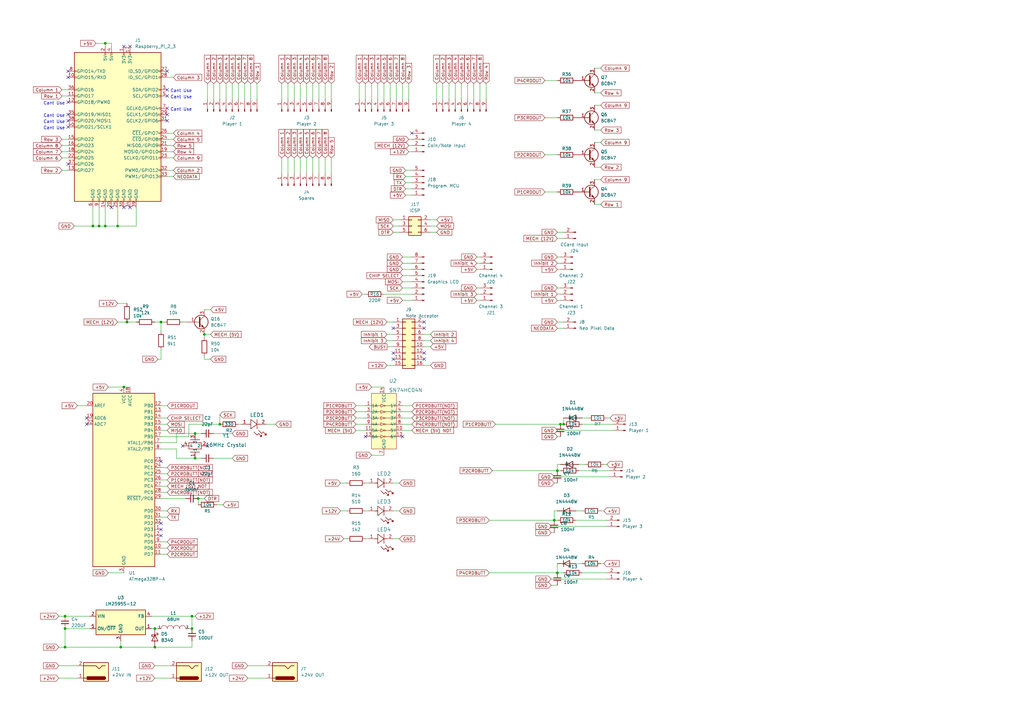
<source format=kicad_sch>
(kicad_sch (version 20230121) (generator eeschema)
  (paper "A3")
  (junction (at 63.5 257.81))
  (junction (at 83.82 137.16))
  (junction (at 40.64 92.71))
  (junction (at 63.5 265.43))
  (junction (at 80.01 177.8))
  (junction (at 78.74 257.81))
  (junction (at 49.53 265.43))
  (junction (at 231.14 173.99))
  (junction (at 26.67 252.73))
  (junction (at 81.28 204.47))
  (junction (at 227.33 213.36))
  (junction (at 52.07 132.08))
  (junction (at 228.6 234.95))
  (junction (at 26.67 257.81))
  (junction (at 229.87 173.99))
  (junction (at 50.8 158.75))
  (junction (at 48.26 92.71))
  (junction (at 66.04 132.08))
  (junction (at 80.01 187.96))
  (junction (at 43.18 17.78))
  (junction (at 78.74 252.73))
  (junction (at 38.1 92.71))
  (junction (at 26.67 265.43))
  (junction (at 90.17 173.99))
  (junction (at 43.18 92.71))
  (junction (at 228.6 193.04))
  (no_connect (at 27.94 67.31))
  (no_connect (at 161.29 144.78))
  (no_connect (at 27.94 29.21))
  (no_connect (at 27.94 31.75))
  (no_connect (at 161.29 147.32))
  (no_connect (at 149.86 179.07))
  (no_connect (at 74.93 182.88))
  (no_connect (at 68.58 49.53))
  (no_connect (at 68.58 46.99))
  (no_connect (at 68.58 29.21))
  (no_connect (at 66.04 214.63))
  (no_connect (at 66.04 217.17))
  (no_connect (at 66.04 219.71))
  (no_connect (at 66.04 189.23))
  (no_connect (at 27.94 49.53))
  (no_connect (at 27.94 52.07))
  (no_connect (at 27.94 46.99))
  (no_connect (at 27.94 41.91))
  (no_connect (at 68.58 44.45))
  (no_connect (at 68.58 39.37))
  (no_connect (at 53.34 19.05))
  (no_connect (at 50.8 19.05))
  (no_connect (at 68.58 36.83))
  (no_connect (at 173.99 147.32))
  (no_connect (at 35.56 173.99))
  (no_connect (at 53.34 85.09))
  (no_connect (at 50.8 85.09))
  (no_connect (at 35.56 171.45))
  (no_connect (at 45.72 85.09))
  (no_connect (at 161.29 134.62))
  (no_connect (at 173.99 132.08))
  (no_connect (at 85.09 182.88))
  (no_connect (at 168.91 54.61))
  (no_connect (at 173.99 134.62))
  (no_connect (at 173.99 144.78))
  (no_connect (at 165.1 179.07))
  (wire (pts (xy 102.87 34.29) (xy 102.87 40.64)))
  (wire (pts (xy 139.7 209.55) (xy 142.24 209.55)))
  (wire (pts (xy 68.58 31.75) (xy 71.12 31.75)))
  (wire (pts (xy 196.85 110.49) (xy 195.58 110.49)))
  (wire (pts (xy 149.86 220.98) (xy 151.13 220.98)))
  (wire (pts (xy 161.29 220.98) (xy 163.83 220.98)))
  (wire (pts (xy 229.87 110.49) (xy 228.6 110.49)))
  (wire (pts (xy 38.1 92.71) (xy 40.64 92.71)))
  (wire (pts (xy 200.66 234.95) (xy 228.6 234.95)))
  (wire (pts (xy 148.59 120.65) (xy 149.86 120.65)))
  (wire (pts (xy 66.04 199.39) (xy 68.58 199.39)))
  (wire (pts (xy 62.23 257.81) (xy 63.5 257.81)))
  (wire (pts (xy 165.1 166.37) (xy 168.91 166.37)))
  (wire (pts (xy 68.58 62.23) (xy 71.12 62.23)))
  (wire (pts (xy 68.58 54.61) (xy 71.12 54.61)))
  (wire (pts (xy 63.5 265.43) (xy 49.53 265.43)))
  (wire (pts (xy 228.6 231.14) (xy 228.6 234.95)))
  (wire (pts (xy 52.07 132.08) (xy 55.88 132.08)))
  (wire (pts (xy 243.84 73.66) (xy 246.38 73.66)))
  (wire (pts (xy 161.29 139.7) (xy 158.75 139.7)))
  (wire (pts (xy 237.49 193.04) (xy 250.19 193.04)))
  (wire (pts (xy 39.37 17.78) (xy 43.18 17.78)))
  (wire (pts (xy 229.87 173.99) (xy 231.14 173.99)))
  (wire (pts (xy 179.07 34.29) (xy 179.07 40.64)))
  (wire (pts (xy 161.29 142.24) (xy 158.75 142.24)))
  (wire (pts (xy 66.04 212.09) (xy 68.58 212.09)))
  (wire (pts (xy 154.94 34.29) (xy 154.94 40.64)))
  (wire (pts (xy 97.79 173.99) (xy 99.06 173.99)))
  (wire (pts (xy 44.45 234.95) (xy 50.8 234.95)))
  (wire (pts (xy 72.39 181.61) (xy 66.04 181.61)))
  (wire (pts (xy 86.36 147.32) (xy 83.82 147.32)))
  (wire (pts (xy 247.65 209.55) (xy 246.38 209.55)))
  (wire (pts (xy 25.4 57.15) (xy 27.94 57.15)))
  (wire (pts (xy 166.37 72.39) (xy 168.91 72.39)))
  (wire (pts (xy 149.86 198.12) (xy 151.13 198.12)))
  (wire (pts (xy 223.52 33.02) (xy 228.6 33.02)))
  (wire (pts (xy 66.04 132.08) (xy 66.04 135.89)))
  (wire (pts (xy 80.01 187.96) (xy 82.55 187.96)))
  (wire (pts (xy 227.33 198.12) (xy 228.6 198.12)))
  (wire (pts (xy 24.13 265.43) (xy 26.67 265.43)))
  (wire (pts (xy 152.4 186.69) (xy 157.48 186.69)))
  (wire (pts (xy 87.63 34.29) (xy 87.63 40.64)))
  (wire (pts (xy 167.64 34.29) (xy 167.64 40.64)))
  (wire (pts (xy 184.15 34.29) (xy 184.15 40.64)))
  (wire (pts (xy 161.29 198.12) (xy 163.83 198.12)))
  (wire (pts (xy 176.53 149.86) (xy 173.99 149.86)))
  (wire (pts (xy 229.87 105.41) (xy 228.6 105.41)))
  (wire (pts (xy 238.76 231.14) (xy 236.22 231.14)))
  (wire (pts (xy 68.58 59.69) (xy 71.12 59.69)))
  (wire (pts (xy 160.02 34.29) (xy 160.02 40.64)))
  (wire (pts (xy 24.13 252.73) (xy 26.67 252.73)))
  (wire (pts (xy 228.6 190.5) (xy 228.6 193.04)))
  (wire (pts (xy 120.65 64.77) (xy 120.65 71.12)))
  (wire (pts (xy 199.39 34.29) (xy 199.39 40.64)))
  (wire (pts (xy 30.48 92.71) (xy 38.1 92.71)))
  (wire (pts (xy 63.5 278.13) (xy 69.85 278.13)))
  (wire (pts (xy 66.04 196.85) (xy 68.58 196.85)))
  (wire (pts (xy 63.5 273.05) (xy 69.85 273.05)))
  (wire (pts (xy 176.53 90.17) (xy 179.07 90.17)))
  (wire (pts (xy 25.4 36.83) (xy 27.94 36.83)))
  (wire (pts (xy 196.85 105.41) (xy 195.58 105.41)))
  (wire (pts (xy 66.04 132.08) (xy 67.31 132.08)))
  (wire (pts (xy 128.27 64.77) (xy 128.27 71.12)))
  (wire (pts (xy 40.64 92.71) (xy 43.18 92.71)))
  (wire (pts (xy 196.85 118.11) (xy 195.58 118.11)))
  (wire (pts (xy 201.93 193.04) (xy 228.6 193.04)))
  (wire (pts (xy 123.19 64.77) (xy 123.19 71.12)))
  (wire (pts (xy 236.22 213.36) (xy 248.92 213.36)))
  (wire (pts (xy 157.48 34.29) (xy 157.48 40.64)))
  (wire (pts (xy 161.29 132.08) (xy 158.75 132.08)))
  (wire (pts (xy 176.53 92.71) (xy 179.07 92.71)))
  (wire (pts (xy 115.57 64.77) (xy 115.57 71.12)))
  (wire (pts (xy 66.04 224.79) (xy 68.58 224.79)))
  (wire (pts (xy 118.11 34.29) (xy 118.11 40.64)))
  (wire (pts (xy 80.01 177.8) (xy 72.39 177.8)))
  (wire (pts (xy 226.06 218.44) (xy 227.33 218.44)))
  (wire (pts (xy 66.04 147.32) (xy 64.77 147.32)))
  (wire (pts (xy 196.85 107.95) (xy 195.58 107.95)))
  (wire (pts (xy 166.37 77.47) (xy 168.91 77.47)))
  (wire (pts (xy 165.1 110.49) (xy 168.91 110.49)))
  (wire (pts (xy 176.53 142.24) (xy 173.99 142.24)))
  (wire (pts (xy 231.14 97.79) (xy 228.6 97.79)))
  (wire (pts (xy 72.39 184.15) (xy 72.39 187.96)))
  (wire (pts (xy 161.29 92.71) (xy 163.83 92.71)))
  (wire (pts (xy 139.7 198.12) (xy 142.24 198.12)))
  (wire (pts (xy 78.74 252.73) (xy 80.01 252.73)))
  (wire (pts (xy 243.84 53.34) (xy 246.38 53.34)))
  (wire (pts (xy 243.84 27.94) (xy 246.38 27.94)))
  (wire (pts (xy 78.74 257.81) (xy 78.74 252.73)))
  (wire (pts (xy 78.74 265.43) (xy 63.5 265.43)))
  (wire (pts (xy 238.76 234.95) (xy 248.92 234.95)))
  (wire (pts (xy 146.05 176.53) (xy 149.86 176.53)))
  (wire (pts (xy 25.4 39.37) (xy 27.94 39.37)))
  (wire (pts (xy 248.92 190.5) (xy 247.65 190.5)))
  (wire (pts (xy 166.37 69.85) (xy 168.91 69.85)))
  (wire (pts (xy 66.04 171.45) (xy 68.58 171.45)))
  (wire (pts (xy 236.22 209.55) (xy 238.76 209.55)))
  (wire (pts (xy 48.26 132.08) (xy 52.07 132.08)))
  (wire (pts (xy 45.72 17.78) (xy 45.72 19.05)))
  (wire (pts (xy 165.1 123.19) (xy 168.91 123.19)))
  (wire (pts (xy 196.85 34.29) (xy 196.85 40.64)))
  (wire (pts (xy 176.53 139.7) (xy 173.99 139.7)))
  (wire (pts (xy 88.9 207.01) (xy 91.44 207.01)))
  (wire (pts (xy 68.58 72.39) (xy 71.12 72.39)))
  (wire (pts (xy 243.84 68.58) (xy 246.38 68.58)))
  (wire (pts (xy 147.32 34.29) (xy 147.32 40.64)))
  (wire (pts (xy 146.05 173.99) (xy 149.86 173.99)))
  (wire (pts (xy 66.04 176.53) (xy 68.58 176.53)))
  (wire (pts (xy 161.29 209.55) (xy 163.83 209.55)))
  (wire (pts (xy 49.53 262.89) (xy 49.53 265.43)))
  (wire (pts (xy 135.89 64.77) (xy 135.89 71.12)))
  (wire (pts (xy 26.67 252.73) (xy 36.83 252.73)))
  (wire (pts (xy 243.84 43.18) (xy 246.38 43.18)))
  (wire (pts (xy 228.6 234.95) (xy 231.14 234.95)))
  (wire (pts (xy 135.89 34.29) (xy 135.89 40.64)))
  (wire (pts (xy 165.1 34.29) (xy 165.1 40.64)))
  (wire (pts (xy 167.64 59.69) (xy 168.91 59.69)))
  (wire (pts (xy 226.06 237.49) (xy 248.92 237.49)))
  (wire (pts (xy 66.04 143.51) (xy 66.04 147.32)))
  (wire (pts (xy 48.26 124.46) (xy 52.07 124.46)))
  (wire (pts (xy 229.87 123.19) (xy 228.6 123.19)))
  (wire (pts (xy 66.04 191.77) (xy 68.58 191.77)))
  (wire (pts (xy 152.4 34.29) (xy 152.4 40.64)))
  (wire (pts (xy 31.75 166.37) (xy 35.56 166.37)))
  (wire (pts (xy 167.64 62.23) (xy 168.91 62.23)))
  (wire (pts (xy 191.77 34.29) (xy 191.77 40.64)))
  (wire (pts (xy 118.11 64.77) (xy 118.11 71.12)))
  (wire (pts (xy 227.33 195.58) (xy 250.19 195.58)))
  (wire (pts (xy 120.65 34.29) (xy 120.65 40.64)))
  (wire (pts (xy 25.4 59.69) (xy 27.94 59.69)))
  (wire (pts (xy 165.1 118.11) (xy 168.91 118.11)))
  (wire (pts (xy 226.06 240.03) (xy 228.6 240.03)))
  (wire (pts (xy 66.04 194.31) (xy 68.58 194.31)))
  (wire (pts (xy 68.58 69.85) (xy 71.12 69.85)))
  (wire (pts (xy 83.82 127) (xy 86.36 127)))
  (wire (pts (xy 83.82 147.32) (xy 83.82 146.05)))
  (wire (pts (xy 238.76 171.45) (xy 241.3 171.45)))
  (wire (pts (xy 87.63 187.96) (xy 95.25 187.96)))
  (wire (pts (xy 243.84 38.1) (xy 246.38 38.1)))
  (wire (pts (xy 40.64 85.09) (xy 40.64 92.71)))
  (wire (pts (xy 68.58 57.15) (xy 71.12 57.15)))
  (wire (pts (xy 66.04 204.47) (xy 76.2 204.47)))
  (wire (pts (xy 66.04 179.07) (xy 77.47 179.07)))
  (wire (pts (xy 228.6 213.36) (xy 227.33 213.36)))
  (wire (pts (xy 25.4 69.85) (xy 27.94 69.85)))
  (wire (pts (xy 105.41 34.29) (xy 105.41 40.64)))
  (wire (pts (xy 243.84 83.82) (xy 246.38 83.82)))
  (wire (pts (xy 133.35 34.29) (xy 133.35 40.64)))
  (wire (pts (xy 227.33 209.55) (xy 227.33 213.36)))
  (wire (pts (xy 125.73 64.77) (xy 125.73 71.12)))
  (wire (pts (xy 128.27 34.29) (xy 128.27 40.64)))
  (wire (pts (xy 97.79 34.29) (xy 97.79 40.64)))
  (wire (pts (xy 92.71 34.29) (xy 92.71 40.64)))
  (wire (pts (xy 237.49 190.5) (xy 240.03 190.5)))
  (wire (pts (xy 165.1 173.99) (xy 168.91 173.99)))
  (wire (pts (xy 228.6 179.07) (xy 229.87 179.07)))
  (wire (pts (xy 55.88 85.09) (xy 55.88 92.71)))
  (wire (pts (xy 43.18 85.09) (xy 43.18 92.71)))
  (wire (pts (xy 66.04 201.93) (xy 68.58 201.93)))
  (wire (pts (xy 157.48 120.65) (xy 168.91 120.65)))
  (wire (pts (xy 25.4 64.77) (xy 27.94 64.77)))
  (wire (pts (xy 231.14 171.45) (xy 231.14 173.99)))
  (wire (pts (xy 149.86 34.29) (xy 149.86 40.64)))
  (wire (pts (xy 165.1 115.57) (xy 168.91 115.57)))
  (wire (pts (xy 231.14 95.25) (xy 228.6 95.25)))
  (wire (pts (xy 162.56 34.29) (xy 162.56 40.64)))
  (wire (pts (xy 231.14 132.08) (xy 228.6 132.08)))
  (wire (pts (xy 25.4 62.23) (xy 27.94 62.23)))
  (wire (pts (xy 229.87 118.11) (xy 228.6 118.11)))
  (wire (pts (xy 123.19 34.29) (xy 123.19 40.64)))
  (wire (pts (xy 95.25 34.29) (xy 95.25 40.64)))
  (wire (pts (xy 26.67 257.81) (xy 36.83 257.81)))
  (wire (pts (xy 66.04 173.99) (xy 68.58 173.99)))
  (wire (pts (xy 165.1 168.91) (xy 168.91 168.91)))
  (wire (pts (xy 229.87 120.65) (xy 228.6 120.65)))
  (wire (pts (xy 165.1 105.41) (xy 168.91 105.41)))
  (wire (pts (xy 186.69 34.29) (xy 186.69 40.64)))
  (wire (pts (xy 130.81 64.77) (xy 130.81 71.12)))
  (wire (pts (xy 83.82 137.16) (xy 83.82 138.43)))
  (wire (pts (xy 66.04 184.15) (xy 72.39 184.15)))
  (wire (pts (xy 229.87 107.95) (xy 228.6 107.95)))
  (wire (pts (xy 81.28 204.47) (xy 81.28 207.01)))
  (wire (pts (xy 165.1 171.45) (xy 168.91 171.45)))
  (wire (pts (xy 196.85 120.65) (xy 195.58 120.65)))
  (wire (pts (xy 66.04 222.25) (xy 68.58 222.25)))
  (wire (pts (xy 161.29 149.86) (xy 158.75 149.86)))
  (wire (pts (xy 161.29 95.25) (xy 163.83 95.25)))
  (wire (pts (xy 115.57 34.29) (xy 115.57 40.64)))
  (wire (pts (xy 146.05 166.37) (xy 149.86 166.37)))
  (wire (pts (xy 90.17 34.29) (xy 90.17 40.64)))
  (wire (pts (xy 72.39 177.8) (xy 72.39 181.61)))
  (wire (pts (xy 243.84 58.42) (xy 246.38 58.42)))
  (wire (pts (xy 66.04 166.37) (xy 68.58 166.37)))
  (wire (pts (xy 166.37 80.01) (xy 168.91 80.01)))
  (wire (pts (xy 228.6 193.04) (xy 229.87 193.04)))
  (wire (pts (xy 223.52 63.5) (xy 228.6 63.5)))
  (wire (pts (xy 250.19 171.45) (xy 248.92 171.45)))
  (wire (pts (xy 226.06 215.9) (xy 248.92 215.9)))
  (wire (pts (xy 229.87 190.5) (xy 228.6 190.5)))
  (wire (pts (xy 49.53 265.43) (xy 26.67 265.43)))
  (wire (pts (xy 85.09 34.29) (xy 85.09 40.64)))
  (wire (pts (xy 74.93 132.08) (xy 76.2 132.08)))
  (wire (pts (xy 81.28 204.47) (xy 83.82 204.47)))
  (wire (pts (xy 146.05 171.45) (xy 149.86 171.45)))
  (wire (pts (xy 203.2 173.99) (xy 229.87 173.99)))
  (wire (pts (xy 77.47 179.07) (xy 77.47 173.99)))
  (wire (pts (xy 140.97 220.98) (xy 142.24 220.98)))
  (wire (pts (xy 72.39 187.96) (xy 80.01 187.96)))
  (wire (pts (xy 231.14 134.62) (xy 228.6 134.62)))
  (wire (pts (xy 66.04 209.55) (xy 68.58 209.55)))
  (wire (pts (xy 26.67 265.43) (xy 26.67 257.81)))
  (wire (pts (xy 101.6 273.05) (xy 109.22 273.05)))
  (wire (pts (xy 189.23 34.29) (xy 189.23 40.64)))
  (wire (pts (xy 228.6 176.53) (xy 251.46 176.53)))
  (wire (pts (xy 165.1 176.53) (xy 168.91 176.53)))
  (wire (pts (xy 80.01 177.8) (xy 82.55 177.8)))
  (wire (pts (xy 90.17 170.18) (xy 90.17 173.99)))
  (wire (pts (xy 149.86 209.55) (xy 151.13 209.55)))
  (wire (pts (xy 146.05 168.91) (xy 149.86 168.91)))
  (wire (pts (xy 152.4 158.75) (xy 157.48 158.75)))
  (wire (pts (xy 166.37 74.93) (xy 168.91 74.93)))
  (wire (pts (xy 87.63 177.8) (xy 95.25 177.8)))
  (wire (pts (xy 101.6 278.13) (xy 109.22 278.13)))
  (wire (pts (xy 100.33 34.29) (xy 100.33 40.64)))
  (wire (pts (xy 78.74 252.73) (xy 62.23 252.73)))
  (wire (pts (xy 63.5 257.81) (xy 64.77 257.81)))
  (wire (pts (xy 68.58 64.77) (xy 71.12 64.77)))
  (wire (pts (xy 165.1 113.03) (xy 168.91 113.03)))
  (wire (pts (xy 247.65 231.14) (xy 246.38 231.14)))
  (wire (pts (xy 24.13 278.13) (xy 31.75 278.13)))
  (wire (pts (xy 200.66 213.36) (xy 227.33 213.36)))
  (wire (pts (xy 50.8 158.75) (xy 53.34 158.75)))
  (wire (pts (xy 44.45 158.75) (xy 50.8 158.75)))
  (wire (pts (xy 133.35 64.77) (xy 133.35 71.12)))
  (wire (pts (xy 165.1 107.95) (xy 168.91 107.95)))
  (wire (pts (xy 223.52 78.74) (xy 228.6 78.74)))
  (wire (pts (xy 113.03 173.99) (xy 109.22 173.99)))
  (wire (pts (xy 181.61 34.29) (xy 181.61 40.64)))
  (wire (pts (xy 167.64 57.15) (xy 168.91 57.15)))
  (wire (pts (xy 238.76 173.99) (xy 251.46 173.99)))
  (wire (pts (xy 78.74 262.89) (xy 78.74 265.43)))
  (wire (pts (xy 161.29 137.16) (xy 158.75 137.16)))
  (wire (pts (xy 194.31 34.29) (xy 194.31 40.64)))
  (wire (pts (xy 125.73 34.29) (xy 125.73 40.64)))
  (wire (pts (xy 43.18 92.71) (xy 48.26 92.71)))
  (wire (pts (xy 66.04 227.33) (xy 68.58 227.33)))
  (wire (pts (xy 38.1 85.09) (xy 38.1 92.71)))
  (wire (pts (xy 63.5 132.08) (xy 66.04 132.08)))
  (wire (pts (xy 43.18 17.78) (xy 43.18 19.05)))
  (wire (pts (xy 48.26 92.71) (xy 55.88 92.71)))
  (wire (pts (xy 43.18 17.78) (xy 45.72 17.78)))
  (wire (pts (xy 196.85 123.19) (xy 195.58 123.19)))
  (wire (pts (xy 86.36 137.16) (xy 83.82 137.16)))
  (wire (pts (xy 77.47 173.99) (xy 90.17 173.99)))
  (wire (pts (xy 24.13 273.05) (xy 31.75 273.05)))
  (wire (pts (xy 176.53 137.16) (xy 173.99 137.16)))
  (wire (pts (xy 130.81 34.29) (xy 130.81 40.64)))
  (wire (pts (xy 176.53 95.25) (xy 179.07 95.25)))
  (wire (pts (xy 77.47 257.81) (xy 78.74 257.81)))
  (wire (pts (xy 48.26 85.09) (xy 48.26 92.71)))
  (wire (pts (xy 161.29 90.17) (xy 163.83 90.17)))
  (wire (pts (xy 223.52 48.26) (xy 228.6 48.26)))
  (wire (pts (xy 228.6 209.55) (xy 227.33 209.55)))
  (text "Cant Use" (at 69.85 38.1 0) (effects (font (size 1.27 1.27)) (justify left bottom)))
  (text "Cant Use" (at 69.85 45.72 0) (effects (font (size 1.27 1.27)) (justify left bottom)))
  (text "Cant Use" (at 17.78 50.8 0) (effects (font (size 1.27 1.27)) (justify left bottom)))
  (text "Cant Use" (at 17.78 48.26 0) (effects (font (size 1.27 1.27)) (justify left bottom)))
  (text "Cant Use" (at 17.78 53.34 0) (effects (font (size 1.27 1.27)) (justify left bottom)))
  (text "Cant Use" (at 17.78 43.18 0) (effects (font (size 1.27 1.27)) (justify left bottom)))
  (text "Cant Use" (at 69.85 40.64 0) (effects (font (size 1.27 1.27)) (justify left bottom)))
  (global_label "Column 8" (shape input) (at 133.35 64.77 90) (property "Intersheetrefs" "${INTERSHEET_REFS}" (effects hide)))
  (global_label "Inhibit 1" (shape input) (at 158.75 137.16 180) (property "Intersheetrefs" "${INTERSHEET_REFS}" (effects hide)))
  (global_label "SCK" (shape input) (at 161.29 92.71 180) (property "Intersheetrefs" "${INTERSHEET_REFS}" (effects hide)))
  (global_label "Row 1" (shape input) (at 25.4 39.37 180) (property "Intersheetrefs" "${INTERSHEET_REFS}" (effects hide)))
  (global_label "+5V" (shape input) (at 31.75 166.37 180) (property "Intersheetrefs" "${INTERSHEET_REFS}" (effects hide)))
  (global_label "GND" (shape input) (at 227.33 195.58 180) (property "Intersheetrefs" "${INTERSHEET_REFS}" (effects hide)))
  (global_label "Column 8" (shape input) (at 102.87 34.29 90) (property "Intersheetrefs" "${INTERSHEET_REFS}" (effects hide)))
  (global_label "MECH (12V)" (shape input) (at 228.6 97.79 180) (property "Intersheetrefs" "${INTERSHEET_REFS}" (effects hide)))
  (global_label "Row 2" (shape input) (at 246.38 68.58 0) (property "Intersheetrefs" "${INTERSHEET_REFS}" (effects hide)))
  (global_label "MECH (12V)" (shape input) (at 158.75 132.08 180) (property "Intersheetrefs" "${INTERSHEET_REFS}" (effects hide)))
  (global_label "GND" (shape input) (at 165.1 105.41 180) (property "Intersheetrefs" "${INTERSHEET_REFS}" (effects hide)))
  (global_label "+5V" (shape input) (at 148.59 120.65 180) (property "Intersheetrefs" "${INTERSHEET_REFS}" (effects hide)))
  (global_label "Row 3" (shape input) (at 167.64 34.29 90) (property "Intersheetrefs" "${INTERSHEET_REFS}" (effects hide)))
  (global_label "Row 5" (shape input) (at 71.12 59.69 0) (property "Intersheetrefs" "${INTERSHEET_REFS}" (effects hide)))
  (global_label "Column 6" (shape input) (at 97.79 34.29 90) (property "Intersheetrefs" "${INTERSHEET_REFS}" (effects hide)))
  (global_label "P2CRDOUT" (shape input) (at 68.58 227.33 0) (property "Intersheetrefs" "${INTERSHEET_REFS}" (effects hide)))
  (global_label "Column 3" (shape input) (at 152.4 34.29 90) (property "Intersheetrefs" "${INTERSHEET_REFS}" (effects hide)))
  (global_label "P3CRDBUTT" (shape input) (at 200.66 213.36 180) (property "Intersheetrefs" "${INTERSHEET_REFS}" (effects hide)))
  (global_label "+24V" (shape input) (at 24.13 278.13 180) (property "Intersheetrefs" "${INTERSHEET_REFS}" (effects hide)))
  (global_label "Inhibit 3" (shape input) (at 195.58 120.65 180) (property "Intersheetrefs" "${INTERSHEET_REFS}" (effects hide)))
  (global_label "GND" (shape input) (at 195.58 105.41 180) (property "Intersheetrefs" "${INTERSHEET_REFS}" (effects hide)))
  (global_label "Column 4" (shape input) (at 154.94 34.29 90) (property "Intersheetrefs" "${INTERSHEET_REFS}" (effects hide)))
  (global_label "Column 9" (shape input) (at 71.12 64.77 0) (property "Intersheetrefs" "${INTERSHEET_REFS}" (effects hide)))
  (global_label "P2CRDBUTT(NOT)" (shape input) (at 68.58 194.31 0) (property "Intersheetrefs" "${INTERSHEET_REFS}" (effects hide)))
  (global_label "+5V" (shape input) (at 139.7 198.12 180) (property "Intersheetrefs" "${INTERSHEET_REFS}" (effects hide)))
  (global_label "Row 2" (shape input) (at 25.4 69.85 180) (property "Intersheetrefs" "${INTERSHEET_REFS}" (effects hide)))
  (global_label "+5V" (shape input) (at 248.92 190.5 0) (property "Intersheetrefs" "${INTERSHEET_REFS}" (effects hide)))
  (global_label "+5V" (shape input) (at 228.6 123.19 180) (property "Intersheetrefs" "${INTERSHEET_REFS}" (effects hide)))
  (global_label "Column 4" (shape input) (at 186.69 34.29 90) (property "Intersheetrefs" "${INTERSHEET_REFS}" (effects hide)))
  (global_label "GND" (shape input) (at 179.07 95.25 0) (property "Intersheetrefs" "${INTERSHEET_REFS}" (effects hide)))
  (global_label "Column 8" (shape input) (at 165.1 34.29 90) (property "Intersheetrefs" "${INTERSHEET_REFS}" (effects hide)))
  (global_label "Column 1" (shape input) (at 115.57 64.77 90) (property "Intersheetrefs" "${INTERSHEET_REFS}" (effects hide)))
  (global_label "RX" (shape input) (at 68.58 209.55 0) (property "Intersheetrefs" "${INTERSHEET_REFS}" (effects hide)))
  (global_label "Column 9" (shape input) (at 246.38 73.66 0) (property "Intersheetrefs" "${INTERSHEET_REFS}" (effects hide)))
  (global_label "Column 1" (shape input) (at 85.09 34.29 90) (property "Intersheetrefs" "${INTERSHEET_REFS}" (effects hide)))
  (global_label "Column 3" (shape input) (at 184.15 34.29 90) (property "Intersheetrefs" "${INTERSHEET_REFS}" (effects hide)))
  (global_label "+5V" (shape input) (at 228.6 110.49 180) (property "Intersheetrefs" "${INTERSHEET_REFS}" (effects hide)))
  (global_label "MECH (12V)" (shape input) (at 48.26 132.08 180) (property "Intersheetrefs" "${INTERSHEET_REFS}" (effects hide)))
  (global_label "P1CRDOUT" (shape input) (at 223.52 78.74 180) (property "Intersheetrefs" "${INTERSHEET_REFS}" (effects hide)))
  (global_label "+24V" (shape input) (at 101.6 278.13 180) (property "Intersheetrefs" "${INTERSHEET_REFS}" (effects hide)))
  (global_label "Column 7" (shape input) (at 130.81 64.77 90) (property "Intersheetrefs" "${INTERSHEET_REFS}" (effects hide)))
  (global_label "+5V" (shape input) (at 165.1 123.19 180) (property "Intersheetrefs" "${INTERSHEET_REFS}" (effects hide)))
  (global_label "DTR" (shape input) (at 161.29 95.25 180) (property "Intersheetrefs" "${INTERSHEET_REFS}" (effects hide)))
  (global_label "GND" (shape input) (at 228.6 105.41 180) (property "Intersheetrefs" "${INTERSHEET_REFS}" (effects hide)))
  (global_label "NEODATA" (shape input) (at 228.6 134.62 180) (property "Intersheetrefs" "${INTERSHEET_REFS}" (effects hide)))
  (global_label "P4CRDBUTT(NOT)" (shape input) (at 168.91 173.99 0) (property "Intersheetrefs" "${INTERSHEET_REFS}" (effects hide)))
  (global_label "Row 2" (shape input) (at 135.89 34.29 90) (property "Intersheetrefs" "${INTERSHEET_REFS}" (effects hide)))
  (global_label "Column 1" (shape input) (at 25.4 36.83 180) (property "Intersheetrefs" "${INTERSHEET_REFS}" (effects hide)))
  (global_label "Column 2" (shape input) (at 181.61 34.29 90) (property "Intersheetrefs" "${INTERSHEET_REFS}" (effects hide)))
  (global_label "Row 5" (shape input) (at 135.89 64.77 90) (property "Intersheetrefs" "${INTERSHEET_REFS}" (effects hide)))
  (global_label "Column 6" (shape input) (at 25.4 64.77 180) (property "Intersheetrefs" "${INTERSHEET_REFS}" (effects hide)))
  (global_label "Inhibit 3" (shape input) (at 158.75 139.7 180) (property "Intersheetrefs" "${INTERSHEET_REFS}" (effects hide)))
  (global_label "+5V" (shape input) (at 86.36 127 0) (property "Intersheetrefs" "${INTERSHEET_REFS}" (effects hide)))
  (global_label "Column 4" (shape input) (at 92.71 34.29 90) (property "Intersheetrefs" "${INTERSHEET_REFS}" (effects hide)))
  (global_label "+12V" (shape input) (at 139.7 209.55 180) (property "Intersheetrefs" "${INTERSHEET_REFS}" (effects hide)))
  (global_label "Column 1" (shape input) (at 147.32 34.29 90) (property "Intersheetrefs" "${INTERSHEET_REFS}" (effects hide)))
  (global_label "+12V" (shape input) (at 63.5 278.13 180) (property "Intersheetrefs" "${INTERSHEET_REFS}" (effects hide)))
  (global_label "GND" (shape input) (at 227.33 198.12 180) (property "Intersheetrefs" "${INTERSHEET_REFS}" (effects hide)))
  (global_label "Column 7" (shape input) (at 130.81 34.29 90) (property "Intersheetrefs" "${INTERSHEET_REFS}" (effects hide)))
  (global_label "NEODATA" (shape input) (at 71.12 72.39 0) (property "Intersheetrefs" "${INTERSHEET_REFS}" (effects hide)))
  (global_label "Row 1" (shape input) (at 105.41 34.29 90) (property "Intersheetrefs" "${INTERSHEET_REFS}" (effects hide)))
  (global_label "GND" (shape input) (at 176.53 149.86 0) (property "Intersheetrefs" "${INTERSHEET_REFS}" (effects hide)))
  (global_label "MOSI" (shape input) (at 165.1 115.57 180) (property "Intersheetrefs" "${INTERSHEET_REFS}" (effects hide)))
  (global_label "Column 8" (shape input) (at 25.4 59.69 180) (property "Intersheetrefs" "${INTERSHEET_REFS}" (effects hide)))
  (global_label "Column 3" (shape input) (at 120.65 34.29 90) (property "Intersheetrefs" "${INTERSHEET_REFS}" (effects hide)))
  (global_label "+5V" (shape input) (at 247.65 231.14 0) (property "Intersheetrefs" "${INTERSHEET_REFS}" (effects hide)))
  (global_label "DTR" (shape input) (at 83.82 204.47 0) (property "Intersheetrefs" "${INTERSHEET_REFS}" (effects hide)))
  (global_label "GND" (shape input) (at 113.03 173.99 0) (property "Intersheetrefs" "${INTERSHEET_REFS}" (effects hide)))
  (global_label "GND" (shape input) (at 228.6 95.25 180) (property "Intersheetrefs" "${INTERSHEET_REFS}" (effects hide)))
  (global_label "Row 1" (shape input) (at 246.38 83.82 0) (property "Intersheetrefs" "${INTERSHEET_REFS}" (effects hide)))
  (global_label "+5V" (shape input) (at 247.65 209.55 0) (property "Intersheetrefs" "${INTERSHEET_REFS}" (effects hide)))
  (global_label "Column 1" (shape input) (at 179.07 34.29 90) (property "Intersheetrefs" "${INTERSHEET_REFS}" (effects hide)))
  (global_label "GND" (shape input) (at 163.83 220.98 0) (property "Intersheetrefs" "${INTERSHEET_REFS}" (effects hide)))
  (global_label "+5V" (shape input) (at 179.07 90.17 0) (property "Intersheetrefs" "${INTERSHEET_REFS}" (effects hide)))
  (global_label "GND" (shape input) (at 163.83 198.12 0) (property "Intersheetrefs" "${INTERSHEET_REFS}" (effects hide)))
  (global_label "CHIP SELECT" (shape input) (at 165.1 113.03 180) (property "Intersheetrefs" "${INTERSHEET_REFS}" (effects hide)))
  (global_label "P3CRDBUTT(NOT)" (shape input) (at 68.58 191.77 0) (property "Intersheetrefs" "${INTERSHEET_REFS}" (effects hide)))
  (global_label "Inhibit 2" (shape input) (at 228.6 107.95 180) (property "Intersheetrefs" "${INTERSHEET_REFS}" (effects hide)))
  (global_label "+24V" (shape input) (at 140.97 220.98 180) (property "Intersheetrefs" "${INTERSHEET_REFS}" (effects hide)))
  (global_label "Column 6" (shape input) (at 128.27 64.77 90) (property "Intersheetrefs" "${INTERSHEET_REFS}" (effects hide)))
  (global_label "Inhibit 2" (shape input) (at 176.53 137.16 0) (property "Intersheetrefs" "${INTERSHEET_REFS}" (effects hide)))
  (global_label "P3CRDOUT" (shape input) (at 68.58 224.79 0) (property "Intersheetrefs" "${INTERSHEET_REFS}" (effects hide)))
  (global_label "Column 7" (shape input) (at 162.56 34.29 90) (property "Intersheetrefs" "${INTERSHEET_REFS}" (effects hide)))
  (global_label "Column 7" (shape input) (at 25.4 62.23 180) (property "Intersheetrefs" "${INTERSHEET_REFS}" (effects hide)))
  (global_label "Row 4" (shape input) (at 246.38 38.1 0) (property "Intersheetrefs" "${INTERSHEET_REFS}" (effects hide)))
  (global_label "P1CRDBUTT(NOT)" (shape input) (at 68.58 196.85 0) (property "Intersheetrefs" "${INTERSHEET_REFS}" (effects hide)))
  (global_label "GND" (shape input) (at 24.13 273.05 180) (property "Intersheetrefs" "${INTERSHEET_REFS}" (effects hide)))
  (global_label "P4CRDOUT" (shape input) (at 223.52 33.02 180) (property "Intersheetrefs" "${INTERSHEET_REFS}" (effects hide)))
  (global_label "Column 7" (shape input) (at 100.33 34.29 90) (property "Intersheetrefs" "${INTERSHEET_REFS}" (effects hide)))
  (global_label "Column 2" (shape input) (at 71.12 69.85 0) (property "Intersheetrefs" "${INTERSHEET_REFS}" (effects hide)))
  (global_label "+12V" (shape input) (at 158.75 149.86 180) (property "Intersheetrefs" "${INTERSHEET_REFS}" (effects hide)))
  (global_label "MOSI" (shape input) (at 68.58 173.99 0) (property "Intersheetrefs" "${INTERSHEET_REFS}" (effects hide)))
  (global_label "GND" (shape input) (at 86.36 147.32 0) (property "Intersheetrefs" "${INTERSHEET_REFS}" (effects hide)))
  (global_label "Column 9" (shape input) (at 246.38 58.42 0) (property "Intersheetrefs" "${INTERSHEET_REFS}" (effects hide)))
  (global_label "+12V" (shape input) (at 80.01 252.73 0) (property "Intersheetrefs" "${INTERSHEET_REFS}" (effects hide)))
  (global_label "Column 6" (shape input) (at 191.77 34.29 90) (property "Intersheetrefs" "${INTERSHEET_REFS}" (effects hide)))
  (global_label "P3CRDBUTT(NOT)" (shape input) (at 168.91 171.45 0) (property "Intersheetrefs" "${INTERSHEET_REFS}" (effects hide)))
  (global_label "GND" (shape input) (at 165.1 107.95 180) (property "Intersheetrefs" "${INTERSHEET_REFS}" (effects hide)))
  (global_label "GND" (shape input) (at 44.45 234.95 180) (property "Intersheetrefs" "${INTERSHEET_REFS}" (effects hide)))
  (global_label "GND" (shape input) (at 228.6 132.08 180) (property "Intersheetrefs" "${INTERSHEET_REFS}" (effects hide)))
  (global_label "P1CRDOUT" (shape input) (at 68.58 166.37 0) (property "Intersheetrefs" "${INTERSHEET_REFS}" (effects hide)))
  (global_label "GND" (shape input) (at 63.5 273.05 180) (property "Intersheetrefs" "${INTERSHEET_REFS}" (effects hide)))
  (global_label "GND" (shape input) (at 226.06 237.49 180) (property "Intersheetrefs" "${INTERSHEET_REFS}" (effects hide)))
  (global_label "SCK" (shape input) (at 90.17 170.18 0) (property "Intersheetrefs" "${INTERSHEET_REFS}" (effects hide)))
  (global_label "+5V" (shape input) (at 176.53 142.24 0) (property "Intersheetrefs" "${INTERSHEET_REFS}" (effects hide)))
  (global_label "Column 6" (shape input) (at 160.02 34.29 90) (property "Intersheetrefs" "${INTERSHEET_REFS}" (effects hide)))
  (global_label "GND" (shape input) (at 167.64 57.15 180) (property "Intersheetrefs" "${INTERSHEET_REFS}" (effects hide)))
  (global_label "Row 4" (shape input) (at 71.12 62.23 0) (property "Intersheetrefs" "${INTERSHEET_REFS}" (effects hide)))
  (global_label "GND" (shape input) (at 95.25 177.8 0) (property "Intersheetrefs" "${INTERSHEET_REFS}" (effects hide)))
  (global_label "MISO" (shape input) (at 161.29 90.17 180) (property "Intersheetrefs" "${INTERSHEET_REFS}" (effects hide)))
  (global_label "+5V" (shape input) (at 195.58 123.19 180) (property "Intersheetrefs" "${INTERSHEET_REFS}" (effects hide)))
  (global_label "MECH (5V) NOT" (shape input) (at 68.58 199.39 0) (property "Intersheetrefs" "${INTERSHEET_REFS}" (effects hide)))
  (global_label "Column 3" (shape input) (at 71.12 31.75 0) (property "Intersheetrefs" "${INTERSHEET_REFS}" (effects hide)))
  (global_label "Column 2" (shape input) (at 118.11 34.29 90) (property "Intersheetrefs" "${INTERSHEET_REFS}" (effects hide)))
  (global_label "Column 2" (shape input) (at 118.11 64.77 90) (property "Intersheetrefs" "${INTERSHEET_REFS}" (effects hide)))
  (global_label "TX" (shape input) (at 68.58 212.09 0) (property "Intersheetrefs" "${INTERSHEET_REFS}" (effects hide)))
  (global_label "Column 5" (shape input) (at 157.48 34.29 90) (property "Intersheetrefs" "${INTERSHEET_REFS}" (effects hide)))
  (global_label "Column 5" (shape input) (at 71.12 57.15 0) (property "Intersheetrefs" "${INTERSHEET_REFS}" (effects hide)))
  (global_label "CHIP SELECT" (shape input) (at 68.58 171.45 0) (property "Intersheetrefs" "${INTERSHEET_REFS}" (effects hide)))
  (global_label "GND" (shape input) (at 165.1 110.49 180) (property "Intersheetrefs" "${INTERSHEET_REFS}" (effects hide)))
  (global_label "+5V" (shape input) (at 44.45 158.75 180) (property "Intersheetrefs" "${INTERSHEET_REFS}" (effects hide)))
  (global_label "P2CRDBUTT" (shape input) (at 201.93 193.04 180) (property "Intersheetrefs" "${INTERSHEET_REFS}" (effects hide)))
  (global_label "Column 4" (shape input) (at 123.19 34.29 90) (property "Intersheetrefs" "${INTERSHEET_REFS}" (effects hide)))
  (global_label "MECH (12V)" (shape input) (at 167.64 59.69 180) (property "Intersheetrefs" "${INTERSHEET_REFS}" (effects hide)))
  (global_label "Row 4" (shape input) (at 199.39 34.29 90) (property "Intersheetrefs" "${INTERSHEET_REFS}" (effects hide)))
  (global_label "P2CRDBUTT" (shape input) (at 146.05 168.91 180) (property "Intersheetrefs" "${INTERSHEET_REFS}" (effects hide)))
  (global_label "P2CRDOUT" (shape input) (at 223.52 63.5 180) (property "Intersheetrefs" "${INTERSHEET_REFS}" (effects hide)))
  (global_label "P4CRDOUT" (shape input) (at 68.58 222.25 0) (property "Intersheetrefs" "${INTERSHEET_REFS}" (effects hide)))
  (global_label "Column 2" (shape input) (at 87.63 34.29 90) (property "Intersheetrefs" "${INTERSHEET_REFS}" (effects hide)))
  (global_label "Column 4" (shape input) (at 71.12 54.61 0) (property "Intersheetrefs" "${INTERSHEET_REFS}" (effects hide)))
  (global_label "BUSY" (shape output) (at 158.75 142.24 180) (property "Intersheetrefs" "${INTERSHEET_REFS}" (effects hide)))
  (global_label "P3CRDOUT" (shape input) (at 223.52 48.26 180) (property "Intersheetrefs" "${INTERSHEET_REFS}" (effects hide)))
  (global_label "Column 1" (shape input) (at 115.57 34.29 90) (property "Intersheetrefs" "${INTERSHEET_REFS}" (effects hide)))
  (global_label "+5V" (shape input) (at 39.37 17.78 180) (property "Intersheetrefs" "${INTERSHEET_REFS}" (effects hide)))
  (global_label "GND" (shape input) (at 30.48 92.71 180) (property "Intersheetrefs" "${INTERSHEET_REFS}" (effects hide)))
  (global_label "GND" (shape input) (at 228.6 179.07 180) (property "Intersheetrefs" "${INTERSHEET_REFS}" (effects hide)))
  (global_label "GND" (shape input) (at 195.58 118.11 180) (property "Intersheetrefs" "${INTERSHEET_REFS}" (effects hide)))
  (global_label "+5V" (shape input) (at 91.44 207.01 0) (property "Intersheetrefs" "${INTERSHEET_REFS}" (effects hide)))
  (global_label "Column 5" (shape input) (at 125.73 64.77 90) (property "Intersheetrefs" "${INTERSHEET_REFS}" (effects hide)))
  (global_label "Inhibit 4" (shape input) (at 176.53 139.7 0) (property "Intersheetrefs" "${INTERSHEET_REFS}" (effects hide)))
  (global_label "Column 5" (shape input) (at 189.23 34.29 90) (property "Intersheetrefs" "${INTERSHEET_REFS}" (effects hide)))
  (global_label "Column 5" (shape input) (at 95.25 34.29 90) (property "Intersheetrefs" "${INTERSHEET_REFS}" (effects hide)))
  (global_label "Column 3" (shape input) (at 90.17 34.29 90) (property "Intersheetrefs" "${INTERSHEET_REFS}" (effects hide)))
  (global_label "GND" (shape input) (at 152.4 186.69 180) (property "Intersheetrefs" "${INTERSHEET_REFS}" (effects hide)))
  (global_label "MECH (5V) NOT" (shape input) (at 168.91 176.53 0) (property "Intersheetrefs" "${INTERSHEET_REFS}" (effects hide)))
  (global_label "TX" (shape input) (at 166.37 74.93 180) (property "Intersheetrefs" "${INTERSHEET_REFS}" (effects hide)))
  (global_label "GND" (shape input) (at 95.25 187.96 0) (property "Intersheetrefs" "${INTERSHEET_REFS}" (effects hide)))
  (global_label "GND" (shape input) (at 228.6 176.53 180) (property "Intersheetrefs" "${INTERSHEET_REFS}" (effects hide)))
  (global_label "GND" (shape input) (at 64.77 147.32 180) (property "Intersheetrefs" "${INTERSHEET_REFS}" (effects hide)))
  (global_label "GND" (shape input) (at 101.6 273.05 180) (property "Intersheetrefs" "${INTERSHEET_REFS}" (effects hide)))
  (global_label "Column 9" (shape input) (at 246.38 43.18 0) (property "Intersheetrefs" "${INTERSHEET_REFS}" (effects hide)))
  (global_label "MECH (5V)" (shape input) (at 86.36 137.16 0) (property "Intersheetrefs" "${INTERSHEET_REFS}" (effects hide)))
  (global_label "GND" (shape input) (at 24.13 265.43 180) (property "Intersheetrefs" "${INTERSHEET_REFS}" (effects hide)))
  (global_label "GND" (shape input) (at 226.06 218.44 180) (property "Intersheetrefs" "${INTERSHEET_REFS}" (effects hide)))
  (global_label "MOSI" (shape input) (at 179.07 92.71 0) (property "Intersheetrefs" "${INTERSHEET_REFS}" (effects hide)))
  (global_label "P4CRDBUTT" (shape input) (at 200.66 234.95 180) (property "Intersheetrefs" "${INTERSHEET_REFS}" (effects hide)))
  (global_label "+24V" (shape input) (at 24.13 252.73 180) (property "Intersheetrefs" "${INTERSHEET_REFS}" (effects hide)))
  (global_label "Column 7" (shape input) (at 194.31 34.29 90) (property "Intersheetrefs" "${INTERSHEET_REFS}" (effects hide)))
  (global_label "Column 3" (shape input) (at 120.65 64.77 90) (property "Intersheetrefs" "${INTERSHEET_REFS}" (effects hide)))
  (global_label "RX" (shape input) (at 166.37 72.39 180) (property "Intersheetrefs" "${INTERSHEET_REFS}" (effects hide)))
  (global_label "P1CRDBUTT" (shape input) (at 203.2 173.99 180) (property "Intersheetrefs" "${INTERSHEET_REFS}" (effects hide)))
  (global_label "Column 8" (shape input) (at 196.85 34.29 90) (property "Intersheetrefs" "${INTERSHEET_REFS}" (effects hide)))
  (global_label "MECH (5V)" (shape input) (at 146.05 176.53 180) (property "Intersheetrefs" "${INTERSHEET_REFS}" (effects hide)))
  (global_label "Inhibit 1" (shape input) (at 228.6 120.65 180) (property "Intersheetrefs" "${INTERSHEET_REFS}" (effects hide)))
  (global_label "Column 8" (shape input) (at 133.35 34.29 90) (property "Intersheetrefs" "${INTERSHEET_REFS}" (effects hide)))
  (global_label "MISO" (shape input) (at 68.58 176.53 0) (property "Intersheetrefs" "${INTERSHEET_REFS}" (effects hide)))
  (global_label "Column 6" (shape input) (at 128.27 34.29 90) (property "Intersheetrefs" "${INTERSHEET_REFS}" (effects hide)))
  (global_label "+5V" (shape input) (at 195.58 110.49 180) (property "Intersheetrefs" "${INTERSHEET_REFS}" (effects hide)))
  (global_label "+5V" (shape input) (at 166.37 80.01 180) (property "Intersheetrefs" "${INTERSHEET_REFS}" (effects hide)))
  (global_label "Column 4" (shape input) (at 123.19 64.77 90) (property "Intersheetrefs" "${INTERSHEET_REFS}" (effects hide)))
  (global_label "P1CRDBUTT(NOT)" (shape input) (at 168.91 166.37 0) (property "Intersheetrefs" "${INTERSHEET_REFS}" (effects hide)))
  (global_label "P2CRDBUTT(NOT)" (shape input) (at 168.91 168.91 0) (property "Intersheetrefs" "${INTERSHEET_REFS}" (effects hide)))
  (global_label "P4CRDBUTT(NOT)" (shape input) (at 68.58 201.93 0) (property "Intersheetrefs" "${INTERSHEET_REFS}" (effects hide)))
  (global_label "SCK" (shape input) (at 165.1 118.11 180) (property "Intersheetrefs" "${INTERSHEET_REFS}" (effects hide)))
  (global_label "+12V" (shape input) (at 48.26 124.46 180) (property "Intersheetrefs" "${INTERSHEET_REFS}" (effects hide)))
  (global_label "+5V" (shape input) (at 250.19 171.45 0) (property "Intersheetrefs" "${INTERSHEET_REFS}" (effects hide)))
  (global_label "GND" (shape input) (at 166.37 69.85 180) (property "Intersheetrefs" "${INTERSHEET_REFS}" (effects hide)))
  (global_label "Inhibit 4" (shape input) (at 195.58 107.95 180) (property "Intersheetrefs" "${INTERSHEET_REFS}" (effects hide)))
  (global_label "GND" (shape input) (at 226.06 215.9 180) (property "Intersheetrefs" "${INTERSHEET_REFS}" (effects hide)))
  (global_label "GND" (shape input) (at 163.83 209.55 0) (property "Intersheetrefs" "${INTERSHEET_REFS}" (effects hide)))
  (global_label "DTR" (shape input) (at 166.37 77.47 180) (property "Intersheetrefs" "${INTERSHEET_REFS}" (effects hide)))
  (global_label "+5V" (shape input) (at 152.4 158.75 180) (property "Intersheetrefs" "${INTERSHEET_REFS}" (effects hide)))
  (global_label "Row 3" (shape input) (at 25.4 57.15 180) (property "Intersheetrefs" "${INTERSHEET_REFS}" (effects hide)))
  (global_label "Column 5" (shape input) (at 125.73 34.29 90) (property "Intersheetrefs" "${INTERSHEET_REFS}" (effects hide)))
  (global_label "GND" (shape input) (at 228.6 118.11 180) (property "Intersheetrefs" "${INTERSHEET_REFS}" (effects hide)))
  (global_label "P4CRDBUTT" (shape input) (at 146.05 173.99 180) (property "Intersheetrefs" "${INTERSHEET_REFS}" (effects hide)))
  (global_label "P1CRDBUTT" (shape input) (at 146.05 166.37 180) (property "Intersheetrefs" "${INTERSHEET_REFS}" (effects hide)))
  (global_label "Row 3" (shape input) (at 246.38 53.34 0) (property "Intersheetrefs" "${INTERSHEET_REFS}" (effects hide)))
  (global_label "P3CRDBUTT" (shape input) (at 146.05 171.45 180) (property "Intersheetrefs" "${INTERSHEET_REFS}" (effects hide)))
  (global_label "Column 9" (shape input) (at 246.38 27.94 0) (property "Intersheetrefs" "${INTERSHEET_REFS}" (effects hide)))
  (global_label "Column 2" (shape input) (at 149.86 34.29 90) (property "Intersheetrefs" "${INTERSHEET_REFS}" (effects hide)))
  (global_label "GND" (shape input) (at 226.06 240.03 180) (property "Intersheetrefs" "${INTERSHEET_REFS}" (effects hide)))
  (global_label "+12V" (shape input) (at 167.64 62.23 180) (property "Intersheetrefs" "${INTERSHEET_REFS}" (effects hide)))
  (symbol (lib_id "Device:C_Small") (at 229.87 176.53 0) (unit 1)
    (property "Reference" "C6" (at 232.41 175.2662 0) (effects (justify left)))
    (property "Value" "100nF" (at 232.41 177.8062 0) (effects (justify left)))
    (property "Footprint" "Capacitor_SMD:C_1206_3216Metric" (effects hide))
  )
  (symbol (lib_id "Connector:Conn_01x02_Male") (at 256.54 176.53 180) (unit 1)
    (property "Reference" "J13" (at 257.81 173.9899 0) (effects (justify right)))
    (property "Value" "Player 1" (at 257.81 176.5299 0) (effects (justify right)))
    (property "Footprint" "2 Way Terminal Block:CONN_1890963_PXC" (effects hide))
  )
  (symbol (lib_id "Connector:Conn_01x02_Male") (at 254 215.9 180) (unit 1)
    (property "Reference" "J15" (at 255.27 213.3599 0) (effects (justify right)))
    (property "Value" "Player 3" (at 255.27 215.8999 0) (effects (justify right)))
    (property "Footprint" "2 Way Terminal Block:CONN_1890963_PXC" (effects hide))
  )
  (symbol (lib_id "Device:C_Small") (at 228.6 195.58 0) (unit 1)
    (property "Reference" "C7" (at 231.14 194.3162 0) (effects (justify left)))
    (property "Value" "100nF" (at 231.14 196.8562 0) (effects (justify left)))
    (property "Footprint" "Capacitor_SMD:C_1206_3216Metric" (effects hide))
  )
  (symbol (lib_id "Diode:1N4448W") (at 233.68 190.5 0) (unit 1)
    (property "Reference" "D2" (at 233.68 184.15 0))
    (property "Value" "1N4448W" (at 233.68 186.69 0))
    (property "Footprint" "Diode_SMD:D_SOD-123" (effects hide))
    (property "Datasheet" "https://www.vishay.com/docs/85722/1n4448w.pdf" (effects hide))
  )
  (symbol (lib_id "Device:R") (at 52.07 128.27 0) (unit 1)
    (property "Reference" "R52" (at 54.61 126.9999 0) (effects (justify left)))
    (property "Value" "10k" (at 54.61 129.5399 0) (effects (justify left)))
    (property "Footprint" "Resistor_SMD:R_1206_3216Metric" (effects hide))
  )
  (symbol (lib_id "Connector:Conn_01x08_Male") (at 173.99 115.57 180) (unit 1)
    (property "Reference" "J19" (at 175.26 113.0299 0) (effects (justify right)))
    (property "Value" "Graphics LCD" (at 175.26 115.5699 0) (effects (justify right)))
    (property "Footprint" "Connector_PinHeader_2.54mm:PinHeader_1x08_P2.54mm_Vertical" (effects hide))
  )
  (symbol (lib_id "Connector:Conn_01x02_Male") (at 254 237.49 180) (unit 1)
    (property "Reference" "J16" (at 255.27 234.9499 0) (effects (justify right)))
    (property "Value" "Player 4" (at 255.27 237.4899 0) (effects (justify right)))
    (property "Footprint" "2 Way Terminal Block:CONN_1890963_PXC" (effects hide))
  )
  (symbol (lib_id "Device:R") (at 232.41 33.02 270) (unit 1)
    (property "Reference" "R36" (at 232.41 30.48 90))
    (property "Value" "10k" (at 232.41 33.02 90))
    (property "Footprint" "Resistor_SMD:R_1206_3216Metric" (effects hide))
  )
  (symbol (lib_id "Device:R") (at 59.69 132.08 90) (unit 1)
    (property "Reference" "R9" (at 59.69 125.73 90))
    (property "Value" "12k" (at 59.69 128.27 90))
    (property "Footprint" "Resistor_SMD:R_1206_3216Metric" (effects hide))
  )
  (symbol (lib_id "Device:C_Small") (at 26.67 255.27 0) (unit 1)
    (property "Reference" "C4" (at 29.21 254.0062 0) (effects (justify left)))
    (property "Value" "220UF" (at 29.21 256.5462 0) (effects (justify left)))
    (property "Footprint" "Capacitor_SMD:C_1210_3225Metric" (effects hide))
  )
  (symbol (lib_id "Connector:Jack-DC") (at 116.84 275.59 180) (unit 1)
    (property "Reference" "J7" (at 123.19 274.3199 0) (effects (justify right)))
    (property "Value" "+24V OUT" (at 123.19 276.8599 0) (effects (justify right)))
    (property "Footprint" "Connector_BarrelJack:BarrelJack_Horizontal" (effects hide))
  )
  (symbol (lib_id "Device:R") (at 85.09 207.01 90) (unit 1)
    (property "Reference" "R1" (at 85.09 209.55 90))
    (property "Value" "10k" (at 85.09 207.01 90))
    (property "Footprint" "Resistor_SMD:R_1206_3216Metric" (effects hide))
  )
  (symbol (lib_id "598-8270-107F:598-8270-107F") (at 161.29 209.55 180) (unit 1)
    (property "Reference" "LED3" (at 157.48 205.74 0) (effects (font (size 1.524 1.524))))
    (property "Value" "598-8270-107F" (effects hide))
    (property "Footprint" "598-8270-107F:LED_8270-107F_DIA" (effects hide))
    (property "Datasheet" "598-8270-107F" (effects hide))
  )
  (symbol (lib_id "dk_Logic-Gates-and-Inverters:SN74HC04N") (at 157.48 173.99 0) (unit 1)
    (property "Reference" "U2" (at 159.4994 156.21 0) (effects (font (size 1.524 1.524)) (justify left)))
    (property "Value" "SN74HC04N" (at 159.4994 160.02 0) (effects (font (size 1.524 1.524)) (justify left)))
    (property "Footprint" "digikey-footprints:SOIC-14_W3.9mm" (effects hide))
    (property "Datasheet" "http://www.ti.com/general/docs/suppproductinfo.tsp?distId=10&gotoUrl=http%3A%2F%2Fwww.ti.com%2Flit%2Fgpn%2Fsn74hc04" (effects hide))
    (property "Digi-Key_PN" "296-1566-5-ND" (effects hide))
    (property "MPN" "SN74HC04N" (effects hide))
    (property "Category" "Integrated Circuits (ICs)" (effects hide))
    (property "Family" "Logic - Gates and Inverters" (effects hide))
    (property "DK_Datasheet_Link" "http://www.ti.com/general/docs/suppproductinfo.tsp?distId=10&gotoUrl=http%3A%2F%2Fwww.ti.com%2Flit%2Fgpn%2Fsn74hc04" (effects hide))
    (property "DK_Detail_Page" "/product-detail/en/texas-instruments/SN74HC04N/296-1566-5-ND/277212" (effects hide))
    (property "Description" "IC INVERTER 6CH 6-INP 14DIP" (effects hide))
    (property "Manufacturer" "Texas Instruments" (effects hide))
    (property "Status" "Active" (effects hide))
  )
  (symbol (lib_id "Device:R") (at 153.67 120.65 90) (unit 1)
    (property "Reference" "R16" (at 153.67 120.65 90))
    (property "Value" "220R" (at 153.67 123.19 90))
    (property "Footprint" "Resistor_SMD:R_1206_3216Metric" (effects hide))
  )
  (symbol (lib_id "Connector:Jack-DC") (at 77.47 275.59 180) (unit 1)
    (property "Reference" "J12" (at 83.82 274.3199 0) (effects (justify right)))
    (property "Value" "+12V OUT" (at 83.82 276.8599 0) (effects (justify right)))
    (property "Footprint" "Connector_BarrelJack:BarrelJack_Horizontal" (effects hide))
  )
  (symbol (lib_id "Device:R") (at 245.11 171.45 90) (unit 1)
    (property "Reference" "R7" (at 245.11 173.99 90))
    (property "Value" "10k" (at 245.11 171.45 90))
    (property "Footprint" "Resistor_SMD:R_1206_3216Metric" (effects hide))
  )
  (symbol (lib_id "Diode:1N4448W") (at 232.41 209.55 0) (unit 1)
    (property "Reference" "D3" (at 232.41 203.2 0))
    (property "Value" "1N4448W" (at 232.41 205.74 0))
    (property "Footprint" "Diode_SMD:D_SOD-123" (effects hide))
    (property "Datasheet" "https://www.vishay.com/docs/85722/1n4448w.pdf" (effects hide))
  )
  (symbol (lib_id "Device:C_Small") (at 78.74 260.35 0) (unit 1)
    (property "Reference" "C5" (at 81.28 259.0862 0) (effects (justify left)))
    (property "Value" "100UF" (at 81.28 261.6262 0) (effects (justify left)))
    (property "Footprint" "Capacitor_SMD:C_1210_3225Metric" (effects hide))
  )
  (symbol (lib_id "Device:C_Small") (at 85.09 187.96 90) (unit 1)
    (property "Reference" "C3" (at 85.09 191.77 90))
    (property "Value" "22pF" (at 85.09 194.31 90))
    (property "Footprint" "Capacitor_SMD:C_1206_3216Metric" (effects hide))
  )
  (symbol (lib_id "Device:C_Small") (at 85.09 177.8 90) (unit 1)
    (property "Reference" "C2" (at 85.0963 171.45 90))
    (property "Value" "22pF" (at 85.0963 173.99 90))
    (property "Footprint" "Capacitor_SMD:C_1206_3216Metric" (effects hide))
  )
  (symbol (lib_id "Device:R") (at 232.41 78.74 270) (unit 1)
    (property "Reference" "R39" (at 232.41 76.2 90))
    (property "Value" "10k" (at 232.41 78.74 90))
    (property "Footprint" "Resistor_SMD:R_1206_3216Metric" (effects hide))
  )
  (symbol (lib_id "Device:R") (at 232.41 63.5 270) (unit 1)
    (property "Reference" "R38" (at 232.41 60.96 90))
    (property "Value" "10k" (at 232.41 63.5 90))
    (property "Footprint" "Resistor_SMD:R_1206_3216Metric" (effects hide))
  )
  (symbol (lib_id "Connector:Conn_01x03_Male") (at 234.95 120.65 180) (unit 1)
    (property "Reference" "J23" (at 234.315 128.27 0))
    (property "Value" "Channel 1" (at 234.315 125.73 0))
    (property "Footprint" "Connector_PinHeader_2.54mm:PinHeader_1x03_P2.54mm_Vertical" (effects hide))
  )
  (symbol (lib_id "Connector:Conn_01x09_Male") (at 125.73 76.2 90) (unit 1)
    (property "Reference" "J4" (at 125.73 78.74 90))
    (property "Value" "Spares" (at 125.73 81.28 90))
    (property "Footprint" "9Way Terminal:282836-9" (effects hide))
  )
  (symbol (lib_id "598-8270-107F:598-8270-107F") (at 161.29 220.98 180) (unit 1)
    (property "Reference" "LED4" (at 157.48 217.17 0) (effects (font (size 1.524 1.524))))
    (property "Value" "598-8270-107F" (effects hide))
    (property "Footprint" "598-8270-107F:LED_8270-107F_DIA" (effects hide))
    (property "Datasheet" "598-8270-107F" (effects hide))
  )
  (symbol (lib_id "Device:C_Small") (at 227.33 215.9 0) (unit 1)
    (property "Reference" "C8" (at 229.87 214.6362 0) (effects (justify left)))
    (property "Value" "100nF" (at 229.87 217.1762 0) (effects (justify left)))
    (property "Footprint" "Capacitor_SMD:C_1206_3216Metric" (effects hide))
  )
  (symbol (lib_id "Device:R") (at 243.84 190.5 90) (unit 1)
    (property "Reference" "R6" (at 243.84 193.04 90))
    (property "Value" "10k" (at 243.84 190.5 90))
    (property "Footprint" "Resistor_SMD:R_1206_3216Metric" (effects hide))
  )
  (symbol (lib_id "Connector:Conn_01x09_Male") (at 189.23 45.72 90) (unit 1)
    (property "Reference" "J6" (at 189.23 48.26 90))
    (property "Value" "Player 4" (at 189.23 50.8 90))
    (property "Footprint" "9Way Terminal:282836-9" (effects hide))
  )
  (symbol (lib_id "Connector_Generic:Conn_02x03_Odd_Even") (at 168.91 92.71 0) (unit 1)
    (property "Reference" "J17" (at 170.18 83.82 0))
    (property "Value" "ICSP" (at 170.18 86.36 0))
    (property "Footprint" "Connector_PinHeader_2.54mm:PinHeader_2x03_P2.54mm_Vertical" (effects hide))
  )
  (symbol (lib_id "Connector:Conn_01x04_Male") (at 173.99 59.69 180) (unit 1)
    (property "Reference" "J10" (at 175.26 57.1499 0) (effects (justify right)))
    (property "Value" "Coin/Note Input" (at 175.26 59.6899 0) (effects (justify right)))
    (property "Footprint" "Connector_PinHeader_2.54mm:PinHeader_1x04_P2.54mm_Vertical" (effects hide))
  )
  (symbol (lib_id "Connector:Conn_01x03_Male") (at 234.95 107.95 180) (unit 1)
    (property "Reference" "J22" (at 234.315 115.57 0))
    (property "Value" "Channel 2" (at 234.315 113.03 0))
    (property "Footprint" "Connector_PinHeader_2.54mm:PinHeader_1x03_P2.54mm_Vertical" (effects hide))
  )
  (symbol (lib_id "Device:C_Small") (at 228.6 237.49 0) (unit 1)
    (property "Reference" "C9" (at 231.14 236.2262 0) (effects (justify left)))
    (property "Value" "100nF" (at 231.14 238.7662 0) (effects (justify left)))
    (property "Footprint" "Capacitor_SMD:C_1206_3216Metric" (effects hide))
  )
  (symbol (lib_id "Regulator_Switching:LM2595S-12") (at 49.53 255.27 0) (unit 1)
    (property "Reference" "U3" (at 49.53 245.11 0))
    (property "Value" "LM2595S-12" (at 49.53 247.65 0))
    (property "Footprint" "Package_TO_SOT_SMD:TO-263-5_TabPin3" (effects hide))
    (property "Datasheet" "http://www.ti.com.cn/cn/lit/ds/symlink/lm2595.pdf" (effects hide))
  )
  (symbol (lib_id "Device:R") (at 242.57 209.55 90) (unit 1)
    (property "Reference" "R5" (at 242.57 212.09 90))
    (property "Value" "10k" (at 242.57 209.55 90))
    (property "Footprint" "Resistor_SMD:R_1206_3216Metric" (effects hide))
  )
  (symbol (lib_id "Connector_Generic:Conn_02x08_Odd_Even") (at 166.37 139.7 0) (unit 1)
    (property "Reference" "J9" (at 166.37 127 0) (effects (justify left)))
    (property "Value" "Note Acceptor" (at 166.37 129.54 0) (effects (justify left)))
    (property "Footprint" "Connector_PinHeader_2.54mm:PinHeader_2x08_P2.54mm_Vertical" (effects hide))
  )
  (symbol (lib_id "Transistor_BJT:BC847") (at 241.3 63.5 0) (unit 1)
    (property "Reference" "Q5" (at 246.38 62.2299 0) (effects (justify left)))
    (property "Value" "BC847" (at 246.38 64.7699 0) (effects (justify left)))
    (property "Footprint" "Package_TO_SOT_SMD:SOT-23" (effects hide))
    (property "Datasheet" "http://www.infineon.com/dgdl/Infineon-BC847SERIES_BC848SERIES_BC849SERIES_BC850SERIES-DS-v01_01-en.pdf?fileId=db3a304314dca389011541d4630a1657" (effects hide))
  )
  (symbol (lib_id "Device:R") (at 71.12 132.08 270) (unit 1)
    (property "Reference" "R8" (at 71.12 125.73 90))
    (property "Value" "10k" (at 71.12 128.27 90))
    (property "Footprint" "Resistor_SMD:R_1206_3216Metric" (effects hide))
  )
  (symbol (lib_id "Device:R") (at 146.05 198.12 90) (unit 1)
    (property "Reference" "R3" (at 146.05 191.77 90))
    (property "Value" "160" (at 146.05 194.31 90))
    (property "Footprint" "Resistor_SMD:R_1206_3216Metric" (effects hide))
  )
  (symbol (lib_id "Connector:Conn_01x02_Male") (at 236.22 97.79 180) (unit 1)
    (property "Reference" "J24" (at 235.585 102.87 0))
    (property "Value" "CCard Input" (at 235.585 100.33 0))
    (property "Footprint" "Connector_PinHeader_2.54mm:PinHeader_1x02_P2.54mm_Vertical" (effects hide))
  )
  (symbol (lib_id "ABM3B-16-000MHZ:ABM3B-16.000MHZ") (at 80.01 187.96 90) (unit 1)
    (property "Reference" "Y1" (at 92.71 178.6637 90) (effects (font (size 1.524 1.524))))
    (property "Value" "16MHz Crystal" (at 92.71 182.4737 90) (effects (font (size 1.524 1.524))))
    (property "Footprint" "ABM3B-16-000MHZ:CRYSTAL_ABM3B_ABR" (effects hide))
    (property "Datasheet" "ABM3B-16.000MHZ" (effects hide))
  )
  (symbol (lib_id "Connector:Conn_01x03_Male") (at 201.93 107.95 180) (unit 1)
    (property "Reference" "J20" (at 201.295 115.57 0))
    (property "Value" "Channel 4" (at 201.295 113.03 0))
    (property "Footprint" "Connector_PinHeader_2.54mm:PinHeader_1x03_P2.54mm_Vertical" (effects hide))
  )
  (symbol (lib_id "Device:R") (at 233.68 193.04 270) (unit 1)
    (property "Reference" "R11" (at 233.68 190.5 90))
    (property "Value" "10k" (at 233.68 193.04 90))
    (property "Footprint" "Resistor_SMD:R_1206_3216Metric" (effects hide))
  )
  (symbol (lib_id "Transistor_BJT:BC847") (at 241.3 78.74 0) (unit 1)
    (property "Reference" "Q4" (at 246.38 77.4699 0) (effects (justify left)))
    (property "Value" "BC847" (at 246.38 80.0099 0) (effects (justify left)))
    (property "Footprint" "Package_TO_SOT_SMD:SOT-23" (effects hide))
    (property "Datasheet" "http://www.infineon.com/dgdl/Infineon-BC847SERIES_BC848SERIES_BC849SERIES_BC850SERIES-DS-v01_01-en.pdf?fileId=db3a304314dca389011541d4630a1657" (effects hide))
  )
  (symbol (lib_id "Connector:Conn_01x05_Male") (at 173.99 74.93 180) (unit 1)
    (property "Reference" "J18" (at 175.26 73.6599 0) (effects (justify right)))
    (property "Value" "Program MCU" (at 175.26 76.1999 0) (effects (justify right)))
    (property "Footprint" "Connector_PinHeader_2.54mm:PinHeader_1x05_P2.54mm_Vertical" (effects hide))
  )
  (symbol (lib_id "Connector:Jack-DC") (at 39.37 275.59 180) (unit 1)
    (property "Reference" "J11" (at 45.72 274.3199 0) (effects (justify right)))
    (property "Value" "+24V IN" (at 45.72 276.8599 0) (effects (justify right)))
    (property "Footprint" "Connector_BarrelJack:BarrelJack_Horizontal" (effects hide))
  )
  (symbol (lib_id "pspice:INDUCTOR") (at 71.12 257.81 0) (unit 1)
    (property "Reference" "L1" (at 71.12 251.46 0))
    (property "Value" "68UH" (at 71.12 254 0))
    (property "Footprint" "Inductor_SMD:L_Bourns-SRN6028" (effects hide))
  )
  (symbol (lib_id "Connector:Conn_01x09_Male") (at 125.73 45.72 90) (unit 1)
    (property "Reference" "J3" (at 125.73 48.26 90))
    (property "Value" "Player 2" (at 125.73 50.8 90))
    (property "Footprint" "9Way Terminal:282836-9" (effects hide))
  )
  (symbol (lib_id "Device:R") (at 232.41 213.36 270) (unit 1)
    (property "Reference" "R12" (at 232.41 210.82 90))
    (property "Value" "10k" (at 232.41 213.36 90))
    (property "Footprint" "Resistor_SMD:R_1206_3216Metric" (effects hide))
  )
  (symbol (lib_id "Device:R") (at 146.05 220.98 90) (unit 1)
    (property "Reference" "R15" (at 146.05 214.63 90))
    (property "Value" "1k2" (at 146.05 217.17 90))
    (property "Footprint" "Resistor_SMD:R_1206_3216Metric" (effects hide))
  )
  (symbol (lib_id "Connector:Conn_01x09_Male") (at 95.25 45.72 90) (unit 1)
    (property "Reference" "J2" (at 95.25 48.26 90))
    (property "Value" "Player 1" (at 95.25 50.8 90))
    (property "Footprint" "9Way Terminal:282836-9" (effects hide))
  )
  (symbol (lib_id "Device:R") (at 232.41 48.26 270) (unit 1)
    (property "Reference" "R37" (at 232.41 45.72 90))
    (property "Value" "10k" (at 232.41 48.26 90))
    (property "Footprint" "Resistor_SMD:R_1206_3216Metric" (effects hide))
  )
  (symbol (lib_id "598-8270-107F:598-8270-107F") (at 109.22 173.99 180) (unit 1)
    (property "Reference" "LED1" (at 105.41 170.18 0) (effects (font (size 1.524 1.524))))
    (property "Value" "598-8270-107F" (effects hide))
    (property "Footprint" "598-8270-107F:LED_8270-107F_DIA" (effects hide))
    (property "Datasheet" "598-8270-107F" (effects hide))
  )
  (symbol (lib_id "Device:R") (at 66.04 139.7 180) (unit 1)
    (property "Reference" "R51" (at 68.58 138.4299 0) (effects (justify right)))
    (property "Value" "9k1" (at 68.58 140.9699 0) (effects (justify right)))
    (property "Footprint" "Resistor_SMD:R_1206_3216Metric" (effects hide))
  )
  (symbol (lib_id "Transistor_BJT:BC847") (at 241.3 48.26 0) (unit 1)
    (property "Reference" "Q6" (at 246.38 46.9899 0) (effects (justify left)))
    (property "Value" "BC847" (at 246.38 49.5299 0) (effects (justify left)))
    (property "Footprint" "Package_TO_SOT_SMD:SOT-23" (effects hide))
    (property "Datasheet" "http://www.infineon.com/dgdl/Infineon-BC847SERIES_BC848SERIES_BC849SERIES_BC850SERIES-DS-v01_01-en.pdf?fileId=db3a304314dca389011541d4630a1657" (effects hide))
  )
  (symbol (lib_id "Diode:1N4448W") (at 234.95 171.45 0) (unit 1)
    (property "Reference" "D1" (at 234.95 165.1 0))
    (property "Value" "1N4448W" (at 234.95 167.64 0))
    (property "Footprint" "Diode_SMD:D_SOD-123" (effects hide))
    (property "Datasheet" "https://www.vishay.com/docs/85722/1n4448w.pdf" (effects hide))
  )
  (symbol (lib_id "Connector:Conn_01x03_Male") (at 201.93 120.65 180) (unit 1)
    (property "Reference" "J21" (at 201.295 128.27 0))
    (property "Value" "Channel 3" (at 201.295 125.73 0))
    (property "Footprint" "Connector_PinHeader_2.54mm:PinHeader_1x03_P2.54mm_Vertical" (effects hide))
  )
  (symbol (lib_id "Transistor_BJT:BC847") (at 241.3 33.02 0) (unit 1)
    (property "Reference" "Q7" (at 246.38 31.7499 0) (effects (justify left)))
    (property "Value" "BC847" (at 246.38 34.2899 0) (effects (justify left)))
    (property "Footprint" "Package_TO_SOT_SMD:SOT-23" (effects hide))
    (property "Datasheet" "http://www.infineon.com/dgdl/Infineon-BC847SERIES_BC848SERIES_BC849SERIES_BC850SERIES-DS-v01_01-en.pdf?fileId=db3a304314dca389011541d4630a1657" (effects hide))
  )
  (symbol (lib_id "Device:C_Small") (at 78.74 204.47 90) (unit 1)
    (property "Reference" "C1" (at 78.7463 198.12 90))
    (property "Value" "100nF" (at 78.7463 200.66 90))
    (property "Footprint" "Capacitor_SMD:C_1206_3216Metric" (effects hide))
  )
  (symbol (lib_id "Connector:Conn_01x09_Male") (at 157.48 45.72 90) (unit 1)
    (property "Reference" "J5" (at 157.48 48.26 90))
    (property "Value" "Player 3" (at 157.48 50.8 90))
    (property "Footprint" "9Way Terminal:282836-9" (effects hide))
  )
  (symbol (lib_id "Device:R") (at 234.95 173.99 270) (unit 1)
    (property "Reference" "R10" (at 234.95 171.45 90))
    (property "Value" "10k" (at 234.95 173.99 90))
    (property "Footprint" "Resistor_SMD:R_1206_3216Metric" (effects hide))
  )
  (symbol (lib_id "Device:R") (at 242.57 231.14 90) (unit 1)
    (property "Reference" "R4" (at 242.57 228.6 90))
    (property "Value" "10k" (at 242.57 231.14 90))
    (property "Footprint" "Resistor_SMD:R_1206_3216Metric" (effects hide))
  )
  (symbol (lib_id "Device:R") (at 146.05 209.55 90) (unit 1)
    (property "Reference" "R14" (at 146.05 203.2 90))
    (property "Value" "510" (at 146.05 205.74 90))
    (property "Footprint" "Resistor_SMD:R_1206_3216Metric" (effects hide))
  )
  (symbol (lib_id "Connector:Conn_01x02_Male") (at 236.22 134.62 180) (unit 1)
    (property "Reference" "J8" (at 237.49 132.0799 0) (effects (justify right)))
    (property "Value" "Neo Pixel Data" (at 237.49 134.6199 0) (effects (justify right)))
    (property "Footprint" "Connector_PinHeader_2.54mm:PinHeader_1x02_P2.54mm_Vertical" (effects hide))
  )
  (symbol (lib_id "Connector:Conn_01x02_Male") (at 255.27 195.58 180) (unit 1)
    (property "Reference" "J14" (at 256.54 193.0399 0) (effects (justify right)))
    (property "Value" "Player 2" (at 256.54 195.5799 0) (effects (justify right)))
    (property "Footprint" "2 Way Terminal Block:CONN_1890963_PXC" (effects hide))
  )
  (symbol (lib_id "Connector:Raspberry_Pi_2_3") (at 48.26 52.07 0) (unit 1)
    (property "Reference" "J1" (at 55.3594 16.51 0) (effects (justify left)))
    (property "Value" "Raspberry_Pi_2_3" (at 55.3594 19.05 0) (effects (justify left)))
    (property "Footprint" "Connector_PinHeader_2.54mm:PinHeader_2x20_P2.54mm_Vertical" (effects hide))
    (property "Datasheet" "https://www.raspberrypi.org/documentation/hardware/raspberrypi/schematics/rpi_SCH_3bplus_1p0_reduced.pdf" (effects hide))
  )
  (symbol (lib_id "598-8270-107F:598-8270-107F") (at 161.29 198.12 180) (unit 1)
    (property "Reference" "LED2" (at 157.48 194.31 0) (effects (font (size 1.524 1.524))))
    (property "Value" "598-8270-107F" (effects hide))
    (property "Footprint" "598-8270-107F:LED_8270-107F_DIA" (effects hide))
    (property "Datasheet" "598-8270-107F" (effects hide))
  )
  (symbol (lib_id "Device:R") (at 234.95 234.95 270) (unit 1)
    (property "Reference" "R13" (at 234.95 232.41 90))
    (property "Value" "10k" (at 234.95 234.95 90))
    (property "Footprint" "Resistor_SMD:R_1206_3216Metric" (effects hide))
  )
  (symbol (lib_id "Diode:1N4448W") (at 232.41 231.14 0) (unit 1)
    (property "Reference" "D4" (at 232.41 224.79 0) (effects (justify top)))
    (property "Value" "1N4448W" (at 232.41 228.6 0))
    (property "Footprint" "Diode_SMD:D_SOD-123" (effects hide))
    (property "Datasheet" "https://www.vishay.com/docs/85722/1n4448w.pdf" (effects hide))
  )
  (symbol (lib_id "Diode:B340") (at 63.5 261.62 270) (unit 1)
    (property "Reference" "D5" (at 66.04 260.0324 90) (effects (justify left)))
    (property "Value" "B340" (at 66.04 262.5724 90) (effects (justify left)))
    (property "Footprint" "Diode_SMD:D_SMC" (effects hide))
    (property "Datasheet" "http://www.jameco.com/Jameco/Products/ProdDS/1538777.pdf" (effects hide))
  )
  (symbol (lib_id "Device:R") (at 93.98 173.99 90) (unit 1)
    (property "Reference" "R2" (at 93.98 176.53 90))
    (property "Value" "330" (at 93.98 173.99 90))
    (property "Footprint" "Resistor_SMD:R_1206_3216Metric" (effects hide))
  )
  (symbol (lib_id "Transistor_BJT:BC847") (at 81.28 132.08 0) (unit 1)
    (property "Reference" "Q16" (at 86.36 130.8099 0) (effects (justify left)))
    (property "Value" "BC847" (at 86.36 133.3499 0) (effects (justify left)))
    (property "Footprint" "Package_TO_SOT_SMD:SOT-23" (effects hide))
    (property "Datasheet" "http://www.infineon.com/dgdl/Infineon-BC847SERIES_BC848SERIES_BC849SERIES_BC850SERIES-DS-v01_01-en.pdf?fileId=db3a304314dca389011541d4630a1657" (effects hide))
  )
  (symbol (lib_id "MCU_Microchip_ATmega:ATmega328P-A") (at 50.8 196.85 0) (unit 1)
    (property "Reference" "U1" (at 52.8194 234.95 0) (effects (justify left)))
    (property "Value" "ATmega328P-A" (at 52.8194 237.49 0) (effects (justify left)))
    (property "Footprint" "Package_QFP:TQFP-32_7x7mm_P0.8mm" (effects hide))
    (property "Datasheet" "http://ww1.microchip.com/downloads/en/DeviceDoc/ATmega328_P%20AVR%20MCU%20with%20picoPower%20Technology%20Data%20Sheet%2040001984A.pdf" (effects hide))
  )
  (symbol (lib_id "Device:R") (at 83.82 142.24 180) (unit 1)
    (property "Reference" "R50" (at 86.36 140.9699 0) (effects (justify right)))
    (property "Value" "10k" (at 86.36 143.5099 0) (effects (justify right)))
    (property "Footprint" "Resistor_SMD:R_1206_3216Metric" (effects hide))
  )
)
</source>
